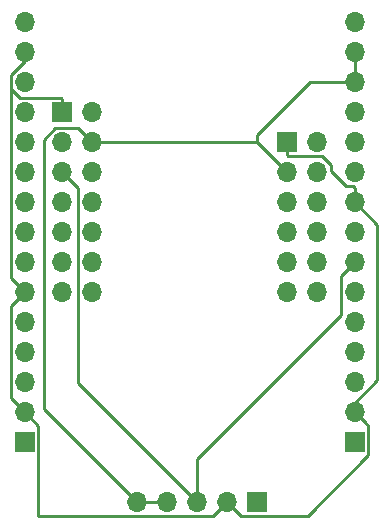
<source format=gbl>
G04 #@! TF.GenerationSoftware,KiCad,Pcbnew,(5.1.5-0-10_14)*
G04 #@! TF.CreationDate,2020-01-09T22:03:08+09:00*
G04 #@! TF.ProjectId,Zigbee2MQTT,5a696762-6565-4324-9d51-54542e6b6963,rev?*
G04 #@! TF.SameCoordinates,Original*
G04 #@! TF.FileFunction,Copper,L2,Bot*
G04 #@! TF.FilePolarity,Positive*
%FSLAX46Y46*%
G04 Gerber Fmt 4.6, Leading zero omitted, Abs format (unit mm)*
G04 Created by KiCad (PCBNEW (5.1.5-0-10_14)) date 2020-01-09 22:03:08*
%MOMM*%
%LPD*%
G04 APERTURE LIST*
%ADD10O,1.700000X1.700000*%
%ADD11R,1.700000X1.700000*%
%ADD12C,0.250000*%
G04 APERTURE END LIST*
D10*
X151130000Y-96520000D03*
X148590000Y-96520000D03*
X151130000Y-93980000D03*
X148590000Y-93980000D03*
X151130000Y-91440000D03*
X148590000Y-91440000D03*
X151130000Y-88900000D03*
X148590000Y-88900000D03*
X151130000Y-86360000D03*
X148590000Y-86360000D03*
X151130000Y-83820000D03*
D11*
X148590000Y-83820000D03*
D10*
X154305000Y-73660000D03*
X154305000Y-76200000D03*
X154305000Y-78740000D03*
X154305000Y-81280000D03*
X154305000Y-83820000D03*
X154305000Y-86360000D03*
X154305000Y-88900000D03*
X154305000Y-91440000D03*
X154305000Y-93980000D03*
X154305000Y-96520000D03*
X154305000Y-99060000D03*
X154305000Y-101600000D03*
X154305000Y-104140000D03*
X154305000Y-106680000D03*
D11*
X154305000Y-109220000D03*
D10*
X135890000Y-114300000D03*
X138430000Y-114300000D03*
X140970000Y-114300000D03*
X143510000Y-114300000D03*
D11*
X146050000Y-114300000D03*
D10*
X132080000Y-96520000D03*
X129540000Y-96520000D03*
X132080000Y-93980000D03*
X129540000Y-93980000D03*
X132080000Y-91440000D03*
X129540000Y-91440000D03*
X132080000Y-88900000D03*
X129540000Y-88900000D03*
X132080000Y-86360000D03*
X129540000Y-86360000D03*
X132080000Y-83820000D03*
X129540000Y-83820000D03*
X132080000Y-81280000D03*
D11*
X129540000Y-81280000D03*
D10*
X126365000Y-73660000D03*
X126365000Y-76200000D03*
X126365000Y-78740000D03*
X126365000Y-81280000D03*
X126365000Y-83820000D03*
X126365000Y-86360000D03*
X126365000Y-88900000D03*
X126365000Y-91440000D03*
X126365000Y-93980000D03*
X126365000Y-96520000D03*
X126365000Y-99060000D03*
X126365000Y-101600000D03*
X126365000Y-104140000D03*
X126365000Y-106680000D03*
D11*
X126365000Y-109220000D03*
D12*
X135890000Y-114300000D02*
X138430000Y-114300000D01*
X146050000Y-83820000D02*
X148590000Y-86360000D01*
X132080000Y-83820000D02*
X146050000Y-83820000D01*
X153102919Y-78740000D02*
X154305000Y-78740000D01*
X150562919Y-78740000D02*
X153102919Y-78740000D01*
X146050000Y-83252919D02*
X150562919Y-78740000D01*
X146050000Y-83820000D02*
X146050000Y-83252919D01*
X154305000Y-78740000D02*
X154305000Y-76200000D01*
X128975999Y-82644999D02*
X127990011Y-83630987D01*
X130904999Y-82644999D02*
X128975999Y-82644999D01*
X132080000Y-83820000D02*
X130904999Y-82644999D01*
X127990011Y-106400011D02*
X135890000Y-114300000D01*
X127990011Y-83630987D02*
X127990011Y-106400011D01*
X129540000Y-81280000D02*
X129540000Y-80479002D01*
X127540001Y-107855001D02*
X127540001Y-115475001D01*
X126365000Y-106680000D02*
X127540001Y-107855001D01*
X142334999Y-115475001D02*
X143510000Y-114300000D01*
X127540001Y-115475001D02*
X142334999Y-115475001D01*
X155154999Y-107529999D02*
X154305000Y-106680000D01*
X155480001Y-107855001D02*
X155154999Y-107529999D01*
X155480001Y-110330001D02*
X155480001Y-107855001D01*
X144685001Y-115475001D02*
X150335001Y-115475001D01*
X150335001Y-115475001D02*
X155480001Y-110330001D01*
X143510000Y-114300000D02*
X144685001Y-115475001D01*
X154305000Y-105879002D02*
X156210000Y-103974002D01*
X154305000Y-106680000D02*
X154305000Y-105879002D01*
X156210000Y-90805000D02*
X154305000Y-88900000D01*
X156210000Y-103974002D02*
X156210000Y-90805000D01*
X125515001Y-97369999D02*
X126365000Y-96520000D01*
X125189999Y-105504999D02*
X125189999Y-97695001D01*
X125189999Y-97695001D02*
X125515001Y-97369999D01*
X126365000Y-106680000D02*
X125189999Y-105504999D01*
X125515001Y-95670001D02*
X126365000Y-96520000D01*
X125189999Y-78175999D02*
X125189999Y-95344999D01*
X125189999Y-95344999D02*
X125515001Y-95670001D01*
X129540000Y-80180000D02*
X129540000Y-81280000D01*
X129464999Y-80104999D02*
X129540000Y-80180000D01*
X125990997Y-80104999D02*
X129464999Y-80104999D01*
X125189999Y-79304001D02*
X125990997Y-80104999D01*
X126365000Y-77000998D02*
X125189999Y-78175999D01*
X125189999Y-78175999D02*
X125189999Y-79304001D01*
X126365000Y-76200000D02*
X126365000Y-77000998D01*
X148590000Y-84920000D02*
X148590000Y-83820000D01*
X151504003Y-84995001D02*
X148665001Y-84995001D01*
X148665001Y-84995001D02*
X148590000Y-84920000D01*
X152305001Y-86265001D02*
X152305001Y-85795999D01*
X154142082Y-87535001D02*
X153575001Y-87535001D01*
X152305001Y-85795999D02*
X151504003Y-84995001D01*
X153575001Y-87535001D02*
X152305001Y-86265001D01*
X154305000Y-87697919D02*
X154142082Y-87535001D01*
X154305000Y-88900000D02*
X154305000Y-87697919D01*
X129540000Y-86360000D02*
X129540000Y-86995000D01*
X153455001Y-94829999D02*
X154305000Y-93980000D01*
X153129999Y-98495999D02*
X153129999Y-95155001D01*
X153129999Y-95155001D02*
X153455001Y-94829999D01*
X140970000Y-110655998D02*
X153129999Y-98495999D01*
X140970000Y-114300000D02*
X140970000Y-110655998D01*
X140120001Y-113450001D02*
X140970000Y-114300000D01*
X130904999Y-104234999D02*
X140120001Y-113450001D01*
X130904999Y-87724999D02*
X130904999Y-104234999D01*
X129540000Y-86360000D02*
X130904999Y-87724999D01*
M02*

</source>
